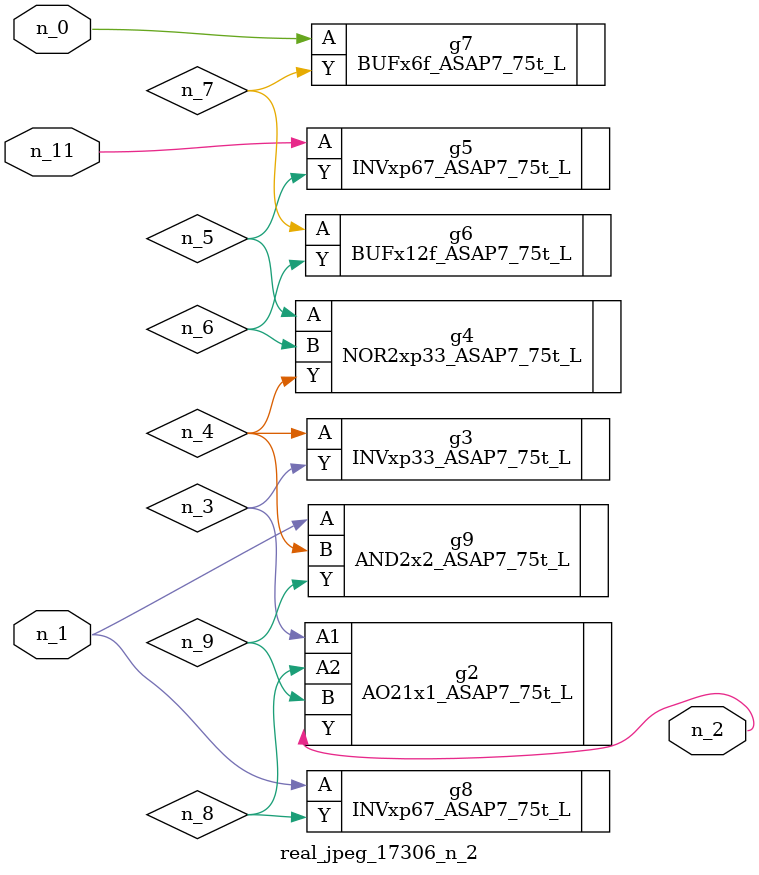
<source format=v>
module real_jpeg_17306_n_2 (n_1, n_11, n_0, n_2);

input n_1;
input n_11;
input n_0;

output n_2;

wire n_5;
wire n_8;
wire n_4;
wire n_6;
wire n_7;
wire n_3;
wire n_9;

BUFx6f_ASAP7_75t_L g7 ( 
.A(n_0),
.Y(n_7)
);

INVxp67_ASAP7_75t_L g8 ( 
.A(n_1),
.Y(n_8)
);

AND2x2_ASAP7_75t_L g9 ( 
.A(n_1),
.B(n_4),
.Y(n_9)
);

AO21x1_ASAP7_75t_L g2 ( 
.A1(n_3),
.A2(n_8),
.B(n_9),
.Y(n_2)
);

INVxp33_ASAP7_75t_L g3 ( 
.A(n_4),
.Y(n_3)
);

NOR2xp33_ASAP7_75t_L g4 ( 
.A(n_5),
.B(n_6),
.Y(n_4)
);

BUFx12f_ASAP7_75t_L g6 ( 
.A(n_7),
.Y(n_6)
);

INVxp67_ASAP7_75t_L g5 ( 
.A(n_11),
.Y(n_5)
);


endmodule
</source>
